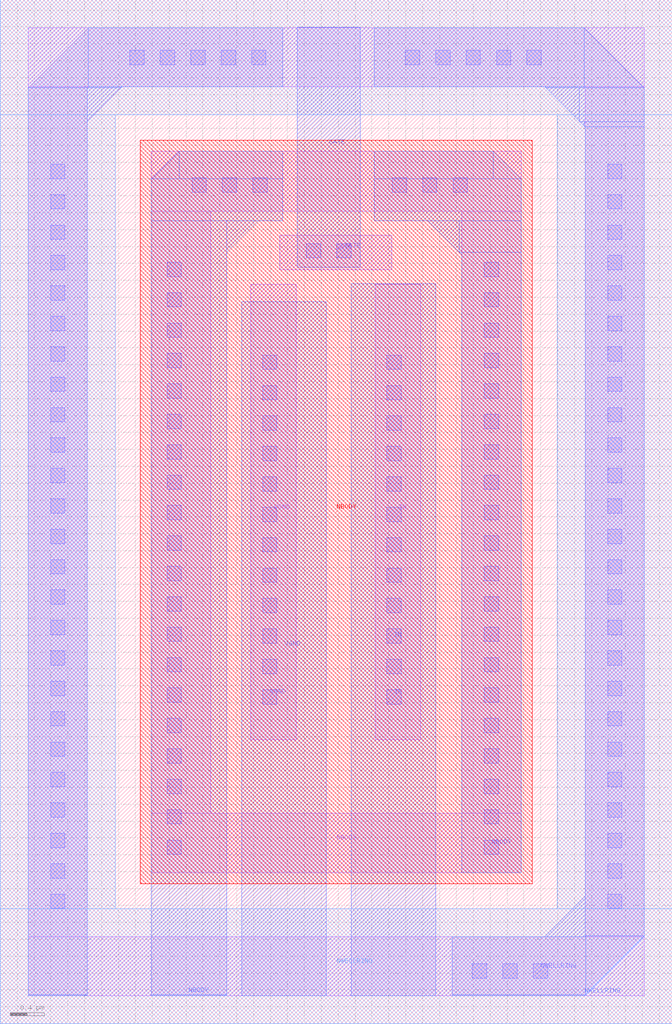
<source format=lef>
VERSION 5.7 ;
  NOWIREEXTENSIONATPIN ON ;
  DIVIDERCHAR "/" ;
  BUSBITCHARS "[]" ;
MACRO sky130_fd_io__signal_5_sym_hv_local_5term
  CLASS BLOCK ;
  FOREIGN sky130_fd_io__signal_5_sym_hv_local_5term ;
  ORIGIN 0.000 0.000 ;
  SIZE 7.955 BY 12.120 ;
  PIN GATE
    ANTENNAGATEAREA 3.400000 ;
    PORT
      LAYER li1 ;
        RECT 3.310 8.925 4.635 9.335 ;
      LAYER mcon ;
        RECT 3.625 9.065 3.795 9.235 ;
        RECT 3.985 9.065 4.155 9.235 ;
      LAYER met1 ;
        RECT 3.515 8.955 4.260 11.795 ;
    END
  END GATE
  PIN NWELLRING
    ANTENNADIFFAREA 24.296999 ;
    PORT
      LAYER nwell ;
        RECT 0.000 10.760 7.955 12.120 ;
        RECT 0.000 1.360 1.360 10.760 ;
        RECT 6.595 1.360 7.955 10.760 ;
        RECT 0.000 0.000 7.955 1.360 ;
      LAYER li1 ;
        RECT 0.330 11.090 7.625 11.790 ;
        RECT 0.330 1.030 1.030 11.090 ;
        RECT 6.925 1.030 7.625 11.090 ;
        RECT 0.330 0.330 7.625 1.030 ;
      LAYER mcon ;
        RECT 1.535 11.355 1.705 11.525 ;
        RECT 1.895 11.355 2.065 11.525 ;
        RECT 2.255 11.355 2.425 11.525 ;
        RECT 2.615 11.355 2.785 11.525 ;
        RECT 2.975 11.355 3.145 11.525 ;
        RECT 4.795 11.355 4.965 11.525 ;
        RECT 5.155 11.355 5.325 11.525 ;
        RECT 5.515 11.355 5.685 11.525 ;
        RECT 5.875 11.355 6.045 11.525 ;
        RECT 6.235 11.355 6.405 11.525 ;
        RECT 0.595 10.005 0.765 10.175 ;
        RECT 0.595 9.645 0.765 9.815 ;
        RECT 0.595 9.285 0.765 9.455 ;
        RECT 0.595 8.925 0.765 9.095 ;
        RECT 0.595 8.565 0.765 8.735 ;
        RECT 0.595 8.205 0.765 8.375 ;
        RECT 0.595 7.845 0.765 8.015 ;
        RECT 0.595 7.485 0.765 7.655 ;
        RECT 0.595 7.125 0.765 7.295 ;
        RECT 0.595 6.765 0.765 6.935 ;
        RECT 0.595 6.405 0.765 6.575 ;
        RECT 0.595 6.045 0.765 6.215 ;
        RECT 0.595 5.685 0.765 5.855 ;
        RECT 0.595 5.325 0.765 5.495 ;
        RECT 0.595 4.965 0.765 5.135 ;
        RECT 0.595 4.605 0.765 4.775 ;
        RECT 0.595 4.245 0.765 4.415 ;
        RECT 0.595 3.885 0.765 4.055 ;
        RECT 0.595 3.525 0.765 3.695 ;
        RECT 0.595 3.165 0.765 3.335 ;
        RECT 0.595 2.805 0.765 2.975 ;
        RECT 0.595 2.445 0.765 2.615 ;
        RECT 0.595 2.085 0.765 2.255 ;
        RECT 0.595 1.725 0.765 1.895 ;
        RECT 0.595 1.365 0.765 1.535 ;
        RECT 7.190 10.005 7.360 10.175 ;
        RECT 7.190 9.645 7.360 9.815 ;
        RECT 7.190 9.285 7.360 9.455 ;
        RECT 7.190 8.925 7.360 9.095 ;
        RECT 7.190 8.565 7.360 8.735 ;
        RECT 7.190 8.205 7.360 8.375 ;
        RECT 7.190 7.845 7.360 8.015 ;
        RECT 7.190 7.485 7.360 7.655 ;
        RECT 7.190 7.125 7.360 7.295 ;
        RECT 7.190 6.765 7.360 6.935 ;
        RECT 7.190 6.405 7.360 6.575 ;
        RECT 7.190 6.045 7.360 6.215 ;
        RECT 7.190 5.685 7.360 5.855 ;
        RECT 7.190 5.325 7.360 5.495 ;
        RECT 7.190 4.965 7.360 5.135 ;
        RECT 7.190 4.605 7.360 4.775 ;
        RECT 7.190 4.245 7.360 4.415 ;
        RECT 7.190 3.885 7.360 4.055 ;
        RECT 7.190 3.525 7.360 3.695 ;
        RECT 7.190 3.165 7.360 3.335 ;
        RECT 7.190 2.805 7.360 2.975 ;
        RECT 7.190 2.445 7.360 2.615 ;
        RECT 7.190 2.085 7.360 2.255 ;
        RECT 7.190 1.725 7.360 1.895 ;
        RECT 7.190 1.365 7.360 1.535 ;
        RECT 5.590 0.540 5.760 0.710 ;
        RECT 5.950 0.540 6.120 0.710 ;
        RECT 6.310 0.540 6.480 0.710 ;
      LAYER met1 ;
        POLYGON 1.040 11.790 1.040 11.080 0.330 11.080 ;
        RECT 1.040 11.090 3.345 11.790 ;
        RECT 4.430 11.090 6.915 11.790 ;
        RECT 1.040 11.080 1.430 11.090 ;
        POLYGON 1.430 11.090 1.440 11.090 1.430 11.080 ;
        POLYGON 6.445 11.090 6.455 11.090 6.455 11.080 ;
        RECT 6.455 11.080 6.915 11.090 ;
        POLYGON 6.915 11.790 7.625 11.080 6.915 11.080 ;
        RECT 0.330 0.345 1.030 11.080 ;
        POLYGON 1.030 11.080 1.430 11.080 1.030 10.680 ;
        POLYGON 6.455 11.080 6.855 11.080 6.855 10.680 ;
        RECT 6.855 10.680 7.625 11.080 ;
        POLYGON 6.855 10.680 6.915 10.680 6.915 10.620 ;
        RECT 6.915 10.620 7.625 10.680 ;
        POLYGON 6.915 10.620 6.925 10.620 6.925 10.610 ;
        POLYGON 6.925 1.510 6.925 1.030 6.445 1.030 ;
        RECT 6.925 1.040 7.625 10.620 ;
        RECT 6.925 1.030 6.930 1.040 ;
        RECT 5.350 0.345 6.930 1.030 ;
        POLYGON 6.930 1.040 7.625 1.040 6.930 0.345 ;
        RECT 0.330 0.330 1.015 0.345 ;
        RECT 5.350 0.330 6.915 0.345 ;
        POLYGON 6.915 0.345 6.930 0.345 6.915 0.330 ;
    END
  END NWELLRING
  PIN VGND
    USE GROUND ;
    PORT
      LAYER li1 ;
        RECT 2.965 3.360 3.505 8.755 ;
      LAYER mcon ;
        RECT 3.105 7.745 3.275 7.915 ;
        RECT 3.105 7.385 3.275 7.555 ;
        RECT 3.105 7.025 3.275 7.195 ;
        RECT 3.105 6.665 3.275 6.835 ;
        RECT 3.105 6.305 3.275 6.475 ;
        RECT 3.105 5.945 3.275 6.115 ;
        RECT 3.105 5.585 3.275 5.755 ;
        RECT 3.105 5.225 3.275 5.395 ;
        RECT 3.105 4.865 3.275 5.035 ;
        RECT 3.105 4.505 3.275 4.675 ;
        RECT 3.105 4.145 3.275 4.315 ;
        RECT 3.105 3.785 3.275 3.955 ;
      LAYER met1 ;
        RECT 2.860 0.330 3.860 8.545 ;
    END
  END VGND
  PIN NBODY
    ANTENNADIFFAREA 13.550600 ;
    PORT
      LAYER pwell ;
        RECT 1.660 1.660 6.295 10.460 ;
      LAYER li1 ;
        RECT 1.790 9.620 6.165 10.330 ;
        RECT 1.790 2.490 2.490 9.620 ;
        RECT 5.465 2.490 6.165 9.620 ;
        RECT 1.790 1.790 6.165 2.490 ;
      LAYER mcon ;
        RECT 2.270 9.845 2.440 10.015 ;
        RECT 2.630 9.845 2.800 10.015 ;
        RECT 2.990 9.845 3.160 10.015 ;
        RECT 4.640 9.845 4.810 10.015 ;
        RECT 5.000 9.845 5.170 10.015 ;
        RECT 5.360 9.845 5.530 10.015 ;
        RECT 1.975 8.845 2.145 9.015 ;
        RECT 1.975 8.485 2.145 8.655 ;
        RECT 1.975 8.125 2.145 8.295 ;
        RECT 1.975 7.765 2.145 7.935 ;
        RECT 1.975 7.405 2.145 7.575 ;
        RECT 1.975 7.045 2.145 7.215 ;
        RECT 1.975 6.685 2.145 6.855 ;
        RECT 1.975 6.325 2.145 6.495 ;
        RECT 1.975 5.965 2.145 6.135 ;
        RECT 1.975 5.605 2.145 5.775 ;
        RECT 1.975 5.245 2.145 5.415 ;
        RECT 1.975 4.885 2.145 5.055 ;
        RECT 1.975 4.525 2.145 4.695 ;
        RECT 1.975 4.165 2.145 4.335 ;
        RECT 1.975 3.805 2.145 3.975 ;
        RECT 1.975 3.445 2.145 3.615 ;
        RECT 1.975 3.085 2.145 3.255 ;
        RECT 1.975 2.725 2.145 2.895 ;
        RECT 1.975 2.365 2.145 2.535 ;
        RECT 5.730 8.845 5.900 9.015 ;
        RECT 5.730 8.485 5.900 8.655 ;
        RECT 5.730 8.125 5.900 8.295 ;
        RECT 5.730 7.765 5.900 7.935 ;
        RECT 5.730 7.405 5.900 7.575 ;
        RECT 5.730 7.045 5.900 7.215 ;
        RECT 5.730 6.685 5.900 6.855 ;
        RECT 5.730 6.325 5.900 6.495 ;
        RECT 5.730 5.965 5.900 6.135 ;
        RECT 5.730 5.605 5.900 5.775 ;
        RECT 5.730 5.245 5.900 5.415 ;
        RECT 5.730 4.885 5.900 5.055 ;
        RECT 5.730 4.525 5.900 4.695 ;
        RECT 5.730 4.165 5.900 4.335 ;
        RECT 5.730 3.805 5.900 3.975 ;
        RECT 5.730 3.445 5.900 3.615 ;
        RECT 5.730 3.085 5.900 3.255 ;
        RECT 5.730 2.725 5.900 2.895 ;
        RECT 5.730 2.365 5.900 2.535 ;
        RECT 1.975 2.005 2.145 2.175 ;
        RECT 5.730 2.005 5.900 2.175 ;
      LAYER met1 ;
        POLYGON 2.120 10.330 2.120 10.000 1.790 10.000 ;
        RECT 2.120 10.000 3.345 10.330 ;
        RECT 1.790 9.505 3.345 10.000 ;
        RECT 4.430 10.000 5.835 10.330 ;
        POLYGON 5.835 10.330 6.165 10.000 5.835 10.000 ;
        RECT 4.430 9.505 6.165 10.000 ;
        RECT 1.790 0.345 2.680 9.505 ;
        POLYGON 2.680 9.505 3.055 9.505 2.680 9.130 ;
        POLYGON 5.060 9.505 5.435 9.505 5.435 9.130 ;
        RECT 5.435 9.130 6.165 9.505 ;
        POLYGON 5.435 9.130 5.465 9.130 5.465 9.100 ;
        RECT 5.465 1.790 6.165 9.130 ;
        RECT 1.790 0.330 2.665 0.345 ;
    END
  END NBODY
  PIN IN
    ANTENNADIFFAREA 3.807000 ;
    PORT
      LAYER li1 ;
        RECT 4.440 3.360 4.980 8.755 ;
      LAYER mcon ;
        RECT 4.575 7.745 4.745 7.915 ;
        RECT 4.575 7.385 4.745 7.555 ;
        RECT 4.575 7.025 4.745 7.195 ;
        RECT 4.575 6.665 4.745 6.835 ;
        RECT 4.575 6.305 4.745 6.475 ;
        RECT 4.575 5.945 4.745 6.115 ;
        RECT 4.575 5.585 4.745 5.755 ;
        RECT 4.575 5.225 4.745 5.395 ;
        RECT 4.575 4.865 4.745 5.035 ;
        RECT 4.575 4.505 4.745 4.675 ;
        RECT 4.575 4.145 4.745 4.315 ;
        RECT 4.575 3.785 4.745 3.955 ;
      LAYER met1 ;
        RECT 4.155 0.330 5.155 8.760 ;
    END
  END IN
  OBS
      LAYER met1 ;
        RECT 1.015 0.330 1.030 0.345 ;
        RECT 2.665 0.330 2.680 0.345 ;
  END
END sky130_fd_io__signal_5_sym_hv_local_5term
END LIBRARY


</source>
